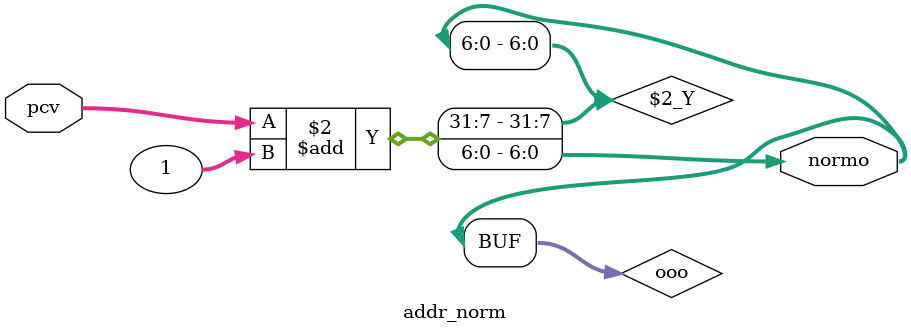
<source format=v>
`timescale 1ns / 1ps
module addr_norm( normo, pcv );

input  [6:0] pcv;
output [6:0] normo;

reg [6:0] ooo;

always @ (pcv)
begin
ooo <= pcv + 1;
end

assign normo = ooo;

endmodule

</source>
